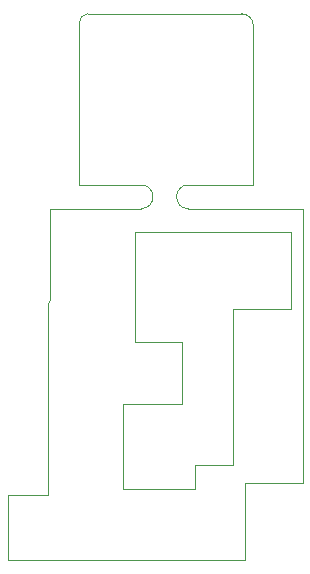
<source format=gbr>
%TF.GenerationSoftware,KiCad,Pcbnew,8.0.4*%
%TF.CreationDate,2024-08-27T23:39:26+01:00*%
%TF.ProjectId,qmmister-sd-relocate,716d6d69-7374-4657-922d-73642d72656c,rev?*%
%TF.SameCoordinates,Original*%
%TF.FileFunction,Profile,NP*%
%FSLAX46Y46*%
G04 Gerber Fmt 4.6, Leading zero omitted, Abs format (unit mm)*
G04 Created by KiCad (PCBNEW 8.0.4) date 2024-08-27 23:39:26*
%MOMM*%
%LPD*%
G01*
G04 APERTURE LIST*
%TA.AperFunction,Profile*%
%ADD10C,0.050000*%
%TD*%
G04 APERTURE END LIST*
D10*
X47550000Y-51500000D02*
X39850000Y-51500000D01*
X42300000Y-35750000D02*
G75*
G02*
X43050000Y-35000000I750000J0D01*
G01*
X39650000Y-75750000D02*
X36250000Y-75750000D01*
X56350000Y-81250000D02*
X56350000Y-74750000D01*
X42300000Y-37250000D02*
X42300000Y-35750000D01*
X46000000Y-68000000D02*
X46000000Y-75250000D01*
X39650000Y-59523223D02*
X39650000Y-75750000D01*
X47000000Y-62750000D02*
X51000000Y-62750000D01*
X39650000Y-59523223D02*
X39850000Y-59273223D01*
X51000000Y-68000000D02*
X51000000Y-62750000D01*
X36250000Y-75750000D02*
X36250000Y-81250000D01*
X61250000Y-51500000D02*
X51550000Y-51500000D01*
X60250000Y-60000000D02*
X55350000Y-60000000D01*
X47000000Y-53500000D02*
X47000000Y-62750000D01*
X55350000Y-60000000D02*
X55350000Y-73200000D01*
X51550000Y-51500000D02*
G75*
G02*
X51550000Y-49500000I0J1000000D01*
G01*
X60250000Y-53500000D02*
X47000000Y-53500000D01*
X46000000Y-68000000D02*
X51000000Y-68000000D01*
X43050000Y-35000000D02*
X56050000Y-35000000D01*
X56050000Y-35000000D02*
G75*
G02*
X57050000Y-36000000I0J-1000000D01*
G01*
X47550000Y-49500000D02*
G75*
G02*
X47550000Y-51500000I0J-1000000D01*
G01*
X47550000Y-49500000D02*
X42300000Y-49500000D01*
X52100000Y-73200000D02*
X55350000Y-73200000D01*
X57050000Y-36000000D02*
X57050000Y-49500000D01*
X61250000Y-74750000D02*
X61250000Y-51500000D01*
X42300000Y-49500000D02*
X42300000Y-37250000D01*
X57050000Y-49500000D02*
X51550000Y-49500000D01*
X56350000Y-74750000D02*
X61250000Y-74750000D01*
X39850000Y-59273223D02*
X39850000Y-51500000D01*
X52100000Y-75250000D02*
X52100000Y-73200000D01*
X60250000Y-60000000D02*
X60250000Y-53500000D01*
X46000000Y-75250000D02*
X52100000Y-75250000D01*
X36250000Y-81250000D02*
X56350000Y-81250000D01*
M02*

</source>
